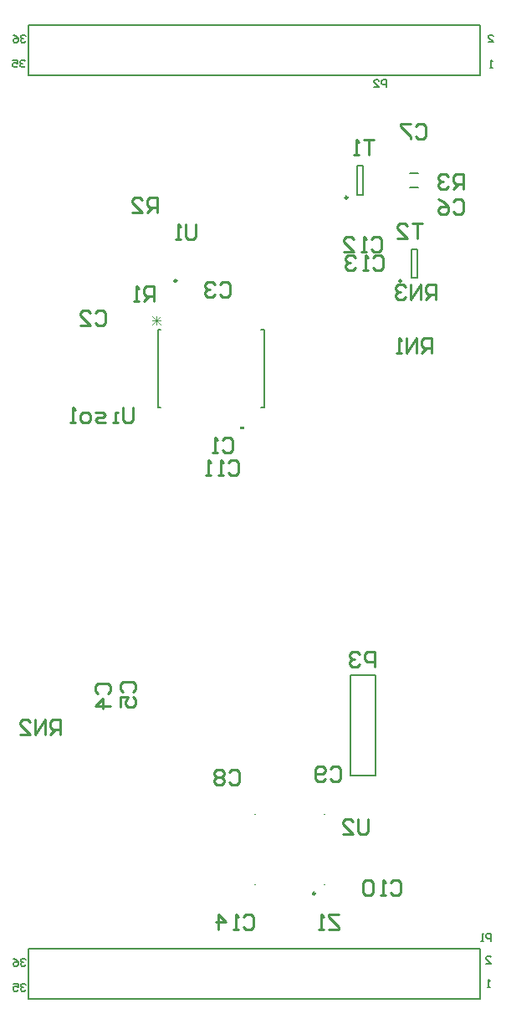
<source format=gbo>
G04*
G04 #@! TF.GenerationSoftware,Altium Limited,Altium Designer,22.4.2 (48)*
G04*
G04 Layer_Color=32896*
%FSLAX25Y25*%
%MOIN*%
G70*
G04*
G04 #@! TF.SameCoordinates,5D1A3173-D847-458D-9732-A4640AA2F51D*
G04*
G04*
G04 #@! TF.FilePolarity,Positive*
G04*
G01*
G75*
%ADD10C,0.00787*%
%ADD11C,0.01000*%
%ADD21C,0.00984*%
%ADD60C,0.00600*%
%ADD61C,0.00300*%
%ADD62C,0.00591*%
G36*
X92998Y-163026D02*
Y-164026D01*
X94498D01*
Y-163026D01*
X92998D01*
D02*
G37*
D10*
X98772Y-345224D02*
X98870D01*
X98772D02*
Y-345126D01*
Y-317370D02*
Y-317272D01*
X98870D01*
X126626D02*
X126724D01*
Y-317370D02*
Y-317272D01*
Y-345224D02*
Y-345126D01*
X126626Y-345224D02*
X126724D01*
X160673Y-67701D02*
X163823D01*
X160673Y-61795D02*
X163823D01*
X139567Y-59039D02*
X141929D01*
Y-70457D02*
Y-59039D01*
X139567Y-70457D02*
X141929D01*
X139567D02*
Y-59039D01*
X137000Y-302000D02*
X147000D01*
Y-262000D01*
X137000Y-302000D02*
Y-262000D01*
X147000D01*
X161094Y-92299D02*
X163457D01*
Y-103717D02*
Y-92299D01*
X161094Y-103717D02*
X163457D01*
X161094D02*
Y-92299D01*
X8425Y-22874D02*
X188425D01*
X8425Y-2874D02*
X188425D01*
Y-22874D02*
Y-2874D01*
X8425Y-22874D02*
Y-2874D01*
Y-390827D02*
X188425D01*
X8425Y-370827D02*
X188425D01*
Y-390827D02*
Y-370827D01*
X8425Y-390827D02*
Y-370827D01*
D11*
X88247Y-177249D02*
X89247Y-176249D01*
X91246D01*
X92246Y-177249D01*
Y-181247D01*
X91246Y-182247D01*
X89247D01*
X88247Y-181247D01*
X86248Y-182247D02*
X84249D01*
X85248D01*
Y-176249D01*
X86248Y-177249D01*
X81249Y-182247D02*
X79250D01*
X80250D01*
Y-176249D01*
X81249Y-177249D01*
X143746Y-319249D02*
Y-324247D01*
X142747Y-325247D01*
X140747D01*
X139748Y-324247D01*
Y-319249D01*
X133750Y-325247D02*
X137748D01*
X133750Y-321248D01*
Y-320249D01*
X134749Y-319249D01*
X136749D01*
X137748Y-320249D01*
X46249Y-268748D02*
X45249Y-267749D01*
Y-265749D01*
X46249Y-264750D01*
X50247D01*
X51247Y-265749D01*
Y-267749D01*
X50247Y-268748D01*
X45249Y-274746D02*
Y-270748D01*
X48248D01*
X47248Y-272747D01*
Y-273747D01*
X48248Y-274746D01*
X50247D01*
X51247Y-273747D01*
Y-271747D01*
X50247Y-270748D01*
X36249Y-269248D02*
X35249Y-268249D01*
Y-266249D01*
X36249Y-265250D01*
X40247D01*
X41247Y-266249D01*
Y-268249D01*
X40247Y-269248D01*
X41247Y-274247D02*
X35249D01*
X38248Y-271248D01*
Y-275246D01*
X21245Y-285747D02*
Y-279749D01*
X18246D01*
X17247Y-280749D01*
Y-282748D01*
X18246Y-283748D01*
X21245D01*
X19246D02*
X17247Y-285747D01*
X15247D02*
Y-279749D01*
X11249Y-285747D01*
Y-279749D01*
X5251Y-285747D02*
X9249D01*
X5251Y-281748D01*
Y-280749D01*
X6250Y-279749D01*
X8250D01*
X9249Y-280749D01*
X152747Y-344749D02*
X153747Y-343749D01*
X155746D01*
X156746Y-344749D01*
Y-348747D01*
X155746Y-349747D01*
X153747D01*
X152747Y-348747D01*
X150748Y-349747D02*
X148748D01*
X149748D01*
Y-343749D01*
X150748Y-344749D01*
X145749D02*
X144749Y-343749D01*
X142750D01*
X141751Y-344749D01*
Y-348747D01*
X142750Y-349747D01*
X144749D01*
X145749Y-348747D01*
Y-344749D01*
X94247Y-358249D02*
X95247Y-357249D01*
X97246D01*
X98246Y-358249D01*
Y-362247D01*
X97246Y-363247D01*
X95247D01*
X94247Y-362247D01*
X92247Y-363247D02*
X90248D01*
X91248D01*
Y-357249D01*
X92247Y-358249D01*
X84250Y-363247D02*
Y-357249D01*
X87249Y-360248D01*
X83250D01*
X165500Y-81802D02*
X161501D01*
X163501D01*
Y-87800D01*
X155503D02*
X159502D01*
X155503Y-83801D01*
Y-82802D01*
X156503Y-81802D01*
X158502D01*
X159502Y-82802D01*
X146247Y-48749D02*
X142248D01*
X144247D01*
Y-54747D01*
X140249D02*
X138249D01*
X139249D01*
Y-48749D01*
X140249Y-49749D01*
X181746Y-68247D02*
Y-62249D01*
X178747D01*
X177748Y-63249D01*
Y-65248D01*
X178747Y-66248D01*
X181746D01*
X179747D02*
X177748Y-68247D01*
X175748Y-63249D02*
X174749Y-62249D01*
X172749D01*
X171750Y-63249D01*
Y-64248D01*
X172749Y-65248D01*
X173749D01*
X172749D01*
X171750Y-66248D01*
Y-67247D01*
X172749Y-68247D01*
X174749D01*
X175748Y-67247D01*
X145747Y-95749D02*
X146747Y-94749D01*
X148746D01*
X149746Y-95749D01*
Y-99747D01*
X148746Y-100747D01*
X146747D01*
X145747Y-99747D01*
X143747Y-100747D02*
X141748D01*
X142748D01*
Y-94749D01*
X143747Y-95749D01*
X138749D02*
X137750Y-94749D01*
X135750D01*
X134750Y-95749D01*
Y-96748D01*
X135750Y-97748D01*
X136750D01*
X135750D01*
X134750Y-98748D01*
Y-99747D01*
X135750Y-100747D01*
X137750D01*
X138749Y-99747D01*
X145247Y-88249D02*
X146247Y-87249D01*
X148246D01*
X149246Y-88249D01*
Y-92247D01*
X148246Y-93247D01*
X146247D01*
X145247Y-92247D01*
X143247Y-93247D02*
X141248D01*
X142248D01*
Y-87249D01*
X143247Y-88249D01*
X134250Y-93247D02*
X138249D01*
X134250Y-89248D01*
Y-88249D01*
X135250Y-87249D01*
X137250D01*
X138249Y-88249D01*
X128901Y-299402D02*
X129901Y-298402D01*
X131900D01*
X132900Y-299402D01*
Y-303400D01*
X131900Y-304400D01*
X129901D01*
X128901Y-303400D01*
X126902D02*
X125902Y-304400D01*
X123903D01*
X122903Y-303400D01*
Y-299402D01*
X123903Y-298402D01*
X125902D01*
X126902Y-299402D01*
Y-300401D01*
X125902Y-301401D01*
X122903D01*
X88601Y-300502D02*
X89601Y-299502D01*
X91600D01*
X92600Y-300502D01*
Y-304500D01*
X91600Y-305500D01*
X89601D01*
X88601Y-304500D01*
X86602Y-300502D02*
X85602Y-299502D01*
X83603D01*
X82603Y-300502D01*
Y-301501D01*
X83603Y-302501D01*
X82603Y-303501D01*
Y-304500D01*
X83603Y-305500D01*
X85602D01*
X86602Y-304500D01*
Y-303501D01*
X85602Y-302501D01*
X86602Y-301501D01*
Y-300502D01*
X85602Y-302501D02*
X83603D01*
X162748Y-43249D02*
X163747Y-42249D01*
X165747D01*
X166746Y-43249D01*
Y-47247D01*
X165747Y-48247D01*
X163747D01*
X162748Y-47247D01*
X160748Y-42249D02*
X156750D01*
Y-43249D01*
X160748Y-47247D01*
Y-48247D01*
X177748Y-73249D02*
X178747Y-72249D01*
X180747D01*
X181746Y-73249D01*
Y-77247D01*
X180747Y-78247D01*
X178747D01*
X177748Y-77247D01*
X171750Y-72249D02*
X173749Y-73249D01*
X175748Y-75248D01*
Y-77247D01*
X174749Y-78247D01*
X172749D01*
X171750Y-77247D01*
Y-76248D01*
X172749Y-75248D01*
X175748D01*
X170745Y-112247D02*
Y-106249D01*
X167746D01*
X166747Y-107249D01*
Y-109248D01*
X167746Y-110248D01*
X170745D01*
X168746D02*
X166747Y-112247D01*
X164747D02*
Y-106249D01*
X160749Y-112247D01*
Y-106249D01*
X158749Y-107249D02*
X157750Y-106249D01*
X155750D01*
X154751Y-107249D01*
Y-108248D01*
X155750Y-109248D01*
X156750D01*
X155750D01*
X154751Y-110248D01*
Y-111247D01*
X155750Y-112247D01*
X157750D01*
X158749Y-111247D01*
X169246Y-133747D02*
Y-127749D01*
X166247D01*
X165247Y-128749D01*
Y-130748D01*
X166247Y-131748D01*
X169246D01*
X167246D02*
X165247Y-133747D01*
X163248D02*
Y-127749D01*
X159249Y-133747D01*
Y-127749D01*
X157250Y-133747D02*
X155250D01*
X156250D01*
Y-127749D01*
X157250Y-128749D01*
X132247Y-357249D02*
X128248D01*
Y-358249D01*
X132247Y-362247D01*
Y-363247D01*
X128248D01*
X126249D02*
X124249D01*
X125249D01*
Y-357249D01*
X126249Y-358249D01*
X75247Y-82249D02*
Y-87247D01*
X74247Y-88247D01*
X72248D01*
X71248Y-87247D01*
Y-82249D01*
X69249Y-88247D02*
X67249D01*
X68249D01*
Y-82249D01*
X69249Y-83249D01*
X59746Y-77747D02*
Y-71749D01*
X56747D01*
X55748Y-72749D01*
Y-74748D01*
X56747Y-75748D01*
X59746D01*
X57747D02*
X55748Y-77747D01*
X49750D02*
X53748D01*
X49750Y-73748D01*
Y-72749D01*
X50749Y-71749D01*
X52749D01*
X53748Y-72749D01*
X58491Y-113050D02*
Y-107052D01*
X55492D01*
X54492Y-108052D01*
Y-110051D01*
X55492Y-111051D01*
X58491D01*
X56492D02*
X54492Y-113050D01*
X52493D02*
X50493D01*
X51493D01*
Y-107052D01*
X52493Y-108052D01*
X146400Y-258600D02*
Y-252602D01*
X143401D01*
X142401Y-253602D01*
Y-255601D01*
X143401Y-256601D01*
X146400D01*
X140402Y-253602D02*
X139402Y-252602D01*
X137403D01*
X136403Y-253602D01*
Y-254601D01*
X137403Y-255601D01*
X138403D01*
X137403D01*
X136403Y-256601D01*
Y-257600D01*
X137403Y-258600D01*
X139402D01*
X140402Y-257600D01*
X84748Y-110247D02*
X85747Y-111247D01*
X87747D01*
X88746Y-110247D01*
Y-106249D01*
X87747Y-105249D01*
X85747D01*
X84748Y-106249D01*
X82748Y-110247D02*
X81749Y-111247D01*
X79749D01*
X78750Y-110247D01*
Y-109248D01*
X79749Y-108248D01*
X80749D01*
X79749D01*
X78750Y-107248D01*
Y-106249D01*
X79749Y-105249D01*
X81749D01*
X82748Y-106249D01*
X35248Y-117749D02*
X36247Y-116749D01*
X38247D01*
X39246Y-117749D01*
Y-121747D01*
X38247Y-122747D01*
X36247D01*
X35248Y-121747D01*
X29250Y-122747D02*
X33248D01*
X29250Y-118748D01*
Y-117749D01*
X30249Y-116749D01*
X32249D01*
X33248Y-117749D01*
X85748Y-168249D02*
X86748Y-167249D01*
X88747D01*
X89747Y-168249D01*
Y-172247D01*
X88747Y-173247D01*
X86748D01*
X85748Y-172247D01*
X83749Y-173247D02*
X81749D01*
X82749D01*
Y-167249D01*
X83749Y-168249D01*
X50244Y-155249D02*
Y-160247D01*
X49244Y-161247D01*
X47245D01*
X46245Y-160247D01*
Y-155249D01*
X44246Y-161247D02*
X42247D01*
X43246D01*
Y-157248D01*
X44246D01*
X39248Y-161247D02*
X36248D01*
X35249Y-160247D01*
X36248Y-159248D01*
X38248D01*
X39248Y-158248D01*
X38248Y-157248D01*
X35249D01*
X32250Y-161247D02*
X30250D01*
X29251Y-160247D01*
Y-158248D01*
X30250Y-157248D01*
X32250D01*
X33250Y-158248D01*
Y-160247D01*
X32250Y-161247D01*
X27251D02*
X25252D01*
X26252D01*
Y-155249D01*
X27251Y-156249D01*
D21*
X122846Y-348965D02*
G03*
X122846Y-348965I-492J0D01*
G01*
X135728Y-71638D02*
G03*
X135728Y-71638I-492J0D01*
G01*
X157256Y-104898D02*
G03*
X157256Y-104898I-492J0D01*
G01*
X67713Y-104835D02*
G03*
X67713Y-104835I-492J0D01*
G01*
D60*
X101156Y-124248D02*
X102398D01*
X60098D02*
X61340D01*
X60098Y-155148D02*
Y-124248D01*
X101156Y-155148D02*
X102398D01*
Y-124248D01*
X60098Y-155148D02*
X61340D01*
D61*
X57886Y-118998D02*
X61218Y-122330D01*
Y-118998D02*
X57886Y-122330D01*
X59552Y-118998D02*
Y-122330D01*
X61218Y-120664D02*
X57886D01*
D62*
X7425Y-7414D02*
X6933Y-6922D01*
X5949D01*
X5457Y-7414D01*
Y-7906D01*
X5949Y-8398D01*
X6441D01*
X5949D01*
X5457Y-8890D01*
Y-9382D01*
X5949Y-9874D01*
X6933D01*
X7425Y-9382D01*
X2506Y-6922D02*
X3489Y-7414D01*
X4473Y-8398D01*
Y-9382D01*
X3981Y-9874D01*
X2998D01*
X2506Y-9382D01*
Y-8890D01*
X2998Y-8398D01*
X4473D01*
X7248Y-17288D02*
X6756Y-16796D01*
X5772D01*
X5280Y-17288D01*
Y-17780D01*
X5772Y-18272D01*
X6264D01*
X5772D01*
X5280Y-18764D01*
Y-19256D01*
X5772Y-19748D01*
X6756D01*
X7248Y-19256D01*
X2328Y-16796D02*
X4296D01*
Y-18272D01*
X3312Y-17780D01*
X2820D01*
X2328Y-18272D01*
Y-19256D01*
X2820Y-19748D01*
X3804D01*
X4296Y-19256D01*
X193425Y-19874D02*
X192441D01*
X192933D01*
Y-16922D01*
X193425Y-17414D01*
X191780Y-9748D02*
X193748D01*
X191780Y-7780D01*
Y-7288D01*
X192272Y-6796D01*
X193256D01*
X193748Y-7288D01*
X7425Y-375367D02*
X6933Y-374875D01*
X5949D01*
X5457Y-375367D01*
Y-375859D01*
X5949Y-376351D01*
X6441D01*
X5949D01*
X5457Y-376843D01*
Y-377335D01*
X5949Y-377827D01*
X6933D01*
X7425Y-377335D01*
X2506Y-374875D02*
X3489Y-375367D01*
X4473Y-376351D01*
Y-377335D01*
X3981Y-377827D01*
X2998D01*
X2506Y-377335D01*
Y-376843D01*
X2998Y-376351D01*
X4473D01*
X7425Y-385367D02*
X6933Y-384875D01*
X5949D01*
X5457Y-385367D01*
Y-385859D01*
X5949Y-386351D01*
X6441D01*
X5949D01*
X5457Y-386843D01*
Y-387335D01*
X5949Y-387827D01*
X6933D01*
X7425Y-387335D01*
X2506Y-384875D02*
X4473D01*
Y-386351D01*
X3489Y-385859D01*
X2998D01*
X2506Y-386351D01*
Y-387335D01*
X2998Y-387827D01*
X3981D01*
X4473Y-387335D01*
X192425Y-386327D02*
X191441D01*
X191933D01*
Y-383375D01*
X192425Y-383867D01*
X190957Y-376827D02*
X192925D01*
X190957Y-374859D01*
Y-374367D01*
X191449Y-373875D01*
X192433D01*
X192925Y-374367D01*
X151208Y-27724D02*
Y-24772D01*
X149732D01*
X149240Y-25264D01*
Y-26248D01*
X149732Y-26740D01*
X151208D01*
X146288Y-27724D02*
X148256D01*
X146288Y-25756D01*
Y-25264D01*
X146780Y-24772D01*
X147764D01*
X148256Y-25264D01*
X192900Y-367800D02*
Y-364848D01*
X191424D01*
X190932Y-365340D01*
Y-366324D01*
X191424Y-366816D01*
X192900D01*
X189948Y-367800D02*
X188964D01*
X189456D01*
Y-364848D01*
X189948Y-365340D01*
M02*

</source>
